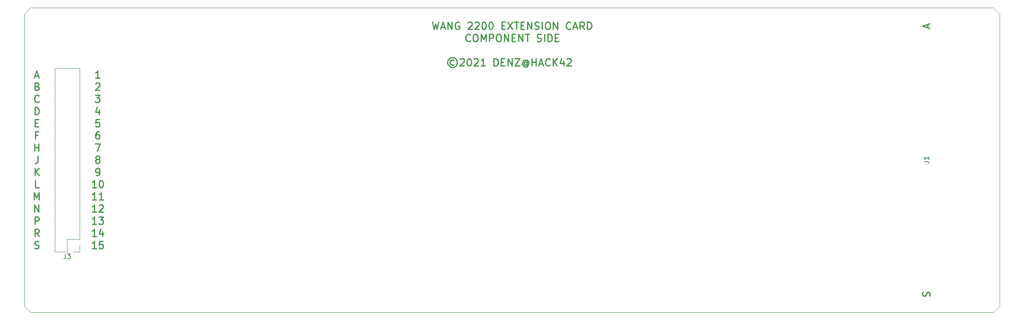
<source format=gbr>
%TF.GenerationSoftware,KiCad,Pcbnew,(5.1.9)-1*%
%TF.CreationDate,2021-03-18T23:59:30+01:00*%
%TF.ProjectId,extensioncard,65787465-6e73-4696-9f6e-636172642e6b,rev?*%
%TF.SameCoordinates,Original*%
%TF.FileFunction,Legend,Top*%
%TF.FilePolarity,Positive*%
%FSLAX46Y46*%
G04 Gerber Fmt 4.6, Leading zero omitted, Abs format (unit mm)*
G04 Created by KiCad (PCBNEW (5.1.9)-1) date 2021-03-18 23:59:30*
%MOMM*%
%LPD*%
G01*
G04 APERTURE LIST*
%ADD10C,0.228600*%
%TA.AperFunction,Profile*%
%ADD11C,0.050000*%
%TD*%
%ADD12C,0.120000*%
%ADD13C,0.150000*%
G04 APERTURE END LIST*
D10*
X130955142Y-76744285D02*
X130882571Y-76816857D01*
X130664857Y-76889428D01*
X130519714Y-76889428D01*
X130302000Y-76816857D01*
X130156857Y-76671714D01*
X130084285Y-76526571D01*
X130011714Y-76236285D01*
X130011714Y-76018571D01*
X130084285Y-75728285D01*
X130156857Y-75583142D01*
X130302000Y-75438000D01*
X130519714Y-75365428D01*
X130664857Y-75365428D01*
X130882571Y-75438000D01*
X130955142Y-75510571D01*
X131898571Y-75365428D02*
X132188857Y-75365428D01*
X132334000Y-75438000D01*
X132479142Y-75583142D01*
X132551714Y-75873428D01*
X132551714Y-76381428D01*
X132479142Y-76671714D01*
X132334000Y-76816857D01*
X132188857Y-76889428D01*
X131898571Y-76889428D01*
X131753428Y-76816857D01*
X131608285Y-76671714D01*
X131535714Y-76381428D01*
X131535714Y-75873428D01*
X131608285Y-75583142D01*
X131753428Y-75438000D01*
X131898571Y-75365428D01*
X133204857Y-76889428D02*
X133204857Y-75365428D01*
X133712857Y-76454000D01*
X134220857Y-75365428D01*
X134220857Y-76889428D01*
X134946571Y-76889428D02*
X134946571Y-75365428D01*
X135527142Y-75365428D01*
X135672285Y-75438000D01*
X135744857Y-75510571D01*
X135817428Y-75655714D01*
X135817428Y-75873428D01*
X135744857Y-76018571D01*
X135672285Y-76091142D01*
X135527142Y-76163714D01*
X134946571Y-76163714D01*
X136760857Y-75365428D02*
X137051142Y-75365428D01*
X137196285Y-75438000D01*
X137341428Y-75583142D01*
X137414000Y-75873428D01*
X137414000Y-76381428D01*
X137341428Y-76671714D01*
X137196285Y-76816857D01*
X137051142Y-76889428D01*
X136760857Y-76889428D01*
X136615714Y-76816857D01*
X136470571Y-76671714D01*
X136398000Y-76381428D01*
X136398000Y-75873428D01*
X136470571Y-75583142D01*
X136615714Y-75438000D01*
X136760857Y-75365428D01*
X138067142Y-76889428D02*
X138067142Y-75365428D01*
X138938000Y-76889428D01*
X138938000Y-75365428D01*
X139663714Y-76091142D02*
X140171714Y-76091142D01*
X140389428Y-76889428D02*
X139663714Y-76889428D01*
X139663714Y-75365428D01*
X140389428Y-75365428D01*
X141042571Y-76889428D02*
X141042571Y-75365428D01*
X141913428Y-76889428D01*
X141913428Y-75365428D01*
X142421428Y-75365428D02*
X143292285Y-75365428D01*
X142856857Y-76889428D02*
X142856857Y-75365428D01*
X144888857Y-76816857D02*
X145106571Y-76889428D01*
X145469428Y-76889428D01*
X145614571Y-76816857D01*
X145687142Y-76744285D01*
X145759714Y-76599142D01*
X145759714Y-76454000D01*
X145687142Y-76308857D01*
X145614571Y-76236285D01*
X145469428Y-76163714D01*
X145179142Y-76091142D01*
X145034000Y-76018571D01*
X144961428Y-75946000D01*
X144888857Y-75800857D01*
X144888857Y-75655714D01*
X144961428Y-75510571D01*
X145034000Y-75438000D01*
X145179142Y-75365428D01*
X145542000Y-75365428D01*
X145759714Y-75438000D01*
X146412857Y-76889428D02*
X146412857Y-75365428D01*
X147138571Y-76889428D02*
X147138571Y-75365428D01*
X147501428Y-75365428D01*
X147719142Y-75438000D01*
X147864285Y-75583142D01*
X147936857Y-75728285D01*
X148009428Y-76018571D01*
X148009428Y-76236285D01*
X147936857Y-76526571D01*
X147864285Y-76671714D01*
X147719142Y-76816857D01*
X147501428Y-76889428D01*
X147138571Y-76889428D01*
X148662571Y-76091142D02*
X149170571Y-76091142D01*
X149388285Y-76889428D02*
X148662571Y-76889428D01*
X148662571Y-75365428D01*
X149388285Y-75365428D01*
X127544285Y-80808285D02*
X127399142Y-80735714D01*
X127108857Y-80735714D01*
X126963714Y-80808285D01*
X126818571Y-80953428D01*
X126746000Y-81098571D01*
X126746000Y-81388857D01*
X126818571Y-81534000D01*
X126963714Y-81679142D01*
X127108857Y-81751714D01*
X127399142Y-81751714D01*
X127544285Y-81679142D01*
X127254000Y-80227714D02*
X126891142Y-80300285D01*
X126528285Y-80518000D01*
X126310571Y-80880857D01*
X126238000Y-81243714D01*
X126310571Y-81606571D01*
X126528285Y-81969428D01*
X126891142Y-82187142D01*
X127254000Y-82259714D01*
X127616857Y-82187142D01*
X127979714Y-81969428D01*
X128197428Y-81606571D01*
X128270000Y-81243714D01*
X128197428Y-80880857D01*
X127979714Y-80518000D01*
X127616857Y-80300285D01*
X127254000Y-80227714D01*
X128850571Y-80590571D02*
X128923142Y-80518000D01*
X129068285Y-80445428D01*
X129431142Y-80445428D01*
X129576285Y-80518000D01*
X129648857Y-80590571D01*
X129721428Y-80735714D01*
X129721428Y-80880857D01*
X129648857Y-81098571D01*
X128778000Y-81969428D01*
X129721428Y-81969428D01*
X130664857Y-80445428D02*
X130810000Y-80445428D01*
X130955142Y-80518000D01*
X131027714Y-80590571D01*
X131100285Y-80735714D01*
X131172857Y-81026000D01*
X131172857Y-81388857D01*
X131100285Y-81679142D01*
X131027714Y-81824285D01*
X130955142Y-81896857D01*
X130810000Y-81969428D01*
X130664857Y-81969428D01*
X130519714Y-81896857D01*
X130447142Y-81824285D01*
X130374571Y-81679142D01*
X130302000Y-81388857D01*
X130302000Y-81026000D01*
X130374571Y-80735714D01*
X130447142Y-80590571D01*
X130519714Y-80518000D01*
X130664857Y-80445428D01*
X131753428Y-80590571D02*
X131826000Y-80518000D01*
X131971142Y-80445428D01*
X132334000Y-80445428D01*
X132479142Y-80518000D01*
X132551714Y-80590571D01*
X132624285Y-80735714D01*
X132624285Y-80880857D01*
X132551714Y-81098571D01*
X131680857Y-81969428D01*
X132624285Y-81969428D01*
X134075714Y-81969428D02*
X133204857Y-81969428D01*
X133640285Y-81969428D02*
X133640285Y-80445428D01*
X133495142Y-80663142D01*
X133350000Y-80808285D01*
X133204857Y-80880857D01*
X135890000Y-81969428D02*
X135890000Y-80445428D01*
X136252857Y-80445428D01*
X136470571Y-80518000D01*
X136615714Y-80663142D01*
X136688285Y-80808285D01*
X136760857Y-81098571D01*
X136760857Y-81316285D01*
X136688285Y-81606571D01*
X136615714Y-81751714D01*
X136470571Y-81896857D01*
X136252857Y-81969428D01*
X135890000Y-81969428D01*
X137414000Y-81171142D02*
X137922000Y-81171142D01*
X138139714Y-81969428D02*
X137414000Y-81969428D01*
X137414000Y-80445428D01*
X138139714Y-80445428D01*
X138792857Y-81969428D02*
X138792857Y-80445428D01*
X139663714Y-81969428D01*
X139663714Y-80445428D01*
X140244285Y-80445428D02*
X141260285Y-80445428D01*
X140244285Y-81969428D01*
X141260285Y-81969428D01*
X142784285Y-81243714D02*
X142711714Y-81171142D01*
X142566571Y-81098571D01*
X142421428Y-81098571D01*
X142276285Y-81171142D01*
X142203714Y-81243714D01*
X142131142Y-81388857D01*
X142131142Y-81534000D01*
X142203714Y-81679142D01*
X142276285Y-81751714D01*
X142421428Y-81824285D01*
X142566571Y-81824285D01*
X142711714Y-81751714D01*
X142784285Y-81679142D01*
X142784285Y-81098571D02*
X142784285Y-81679142D01*
X142856857Y-81751714D01*
X142929428Y-81751714D01*
X143074571Y-81679142D01*
X143147142Y-81534000D01*
X143147142Y-81171142D01*
X143002000Y-80953428D01*
X142784285Y-80808285D01*
X142494000Y-80735714D01*
X142203714Y-80808285D01*
X141986000Y-80953428D01*
X141840857Y-81171142D01*
X141768285Y-81461428D01*
X141840857Y-81751714D01*
X141986000Y-81969428D01*
X142203714Y-82114571D01*
X142494000Y-82187142D01*
X142784285Y-82114571D01*
X143002000Y-81969428D01*
X143800285Y-81969428D02*
X143800285Y-80445428D01*
X143800285Y-81171142D02*
X144671142Y-81171142D01*
X144671142Y-81969428D02*
X144671142Y-80445428D01*
X145324285Y-81534000D02*
X146050000Y-81534000D01*
X145179142Y-81969428D02*
X145687142Y-80445428D01*
X146195142Y-81969428D01*
X147574000Y-81824285D02*
X147501428Y-81896857D01*
X147283714Y-81969428D01*
X147138571Y-81969428D01*
X146920857Y-81896857D01*
X146775714Y-81751714D01*
X146703142Y-81606571D01*
X146630571Y-81316285D01*
X146630571Y-81098571D01*
X146703142Y-80808285D01*
X146775714Y-80663142D01*
X146920857Y-80518000D01*
X147138571Y-80445428D01*
X147283714Y-80445428D01*
X147501428Y-80518000D01*
X147574000Y-80590571D01*
X148227142Y-81969428D02*
X148227142Y-80445428D01*
X149098000Y-81969428D02*
X148444857Y-81098571D01*
X149098000Y-80445428D02*
X148227142Y-81316285D01*
X150404285Y-80953428D02*
X150404285Y-81969428D01*
X150041428Y-80372857D02*
X149678571Y-81461428D01*
X150622000Y-81461428D01*
X151130000Y-80590571D02*
X151202571Y-80518000D01*
X151347714Y-80445428D01*
X151710571Y-80445428D01*
X151855714Y-80518000D01*
X151928285Y-80590571D01*
X152000857Y-80735714D01*
X152000857Y-80880857D01*
X151928285Y-81098571D01*
X151057428Y-81969428D01*
X152000857Y-81969428D01*
X123081142Y-72825428D02*
X123444000Y-74349428D01*
X123734285Y-73260857D01*
X124024571Y-74349428D01*
X124387428Y-72825428D01*
X124895428Y-73914000D02*
X125621142Y-73914000D01*
X124750285Y-74349428D02*
X125258285Y-72825428D01*
X125766285Y-74349428D01*
X126274285Y-74349428D02*
X126274285Y-72825428D01*
X127145142Y-74349428D01*
X127145142Y-72825428D01*
X128669142Y-72898000D02*
X128524000Y-72825428D01*
X128306285Y-72825428D01*
X128088571Y-72898000D01*
X127943428Y-73043142D01*
X127870857Y-73188285D01*
X127798285Y-73478571D01*
X127798285Y-73696285D01*
X127870857Y-73986571D01*
X127943428Y-74131714D01*
X128088571Y-74276857D01*
X128306285Y-74349428D01*
X128451428Y-74349428D01*
X128669142Y-74276857D01*
X128741714Y-74204285D01*
X128741714Y-73696285D01*
X128451428Y-73696285D01*
X130483428Y-72970571D02*
X130556000Y-72898000D01*
X130701142Y-72825428D01*
X131064000Y-72825428D01*
X131209142Y-72898000D01*
X131281714Y-72970571D01*
X131354285Y-73115714D01*
X131354285Y-73260857D01*
X131281714Y-73478571D01*
X130410857Y-74349428D01*
X131354285Y-74349428D01*
X131934857Y-72970571D02*
X132007428Y-72898000D01*
X132152571Y-72825428D01*
X132515428Y-72825428D01*
X132660571Y-72898000D01*
X132733142Y-72970571D01*
X132805714Y-73115714D01*
X132805714Y-73260857D01*
X132733142Y-73478571D01*
X131862285Y-74349428D01*
X132805714Y-74349428D01*
X133749142Y-72825428D02*
X133894285Y-72825428D01*
X134039428Y-72898000D01*
X134112000Y-72970571D01*
X134184571Y-73115714D01*
X134257142Y-73406000D01*
X134257142Y-73768857D01*
X134184571Y-74059142D01*
X134112000Y-74204285D01*
X134039428Y-74276857D01*
X133894285Y-74349428D01*
X133749142Y-74349428D01*
X133604000Y-74276857D01*
X133531428Y-74204285D01*
X133458857Y-74059142D01*
X133386285Y-73768857D01*
X133386285Y-73406000D01*
X133458857Y-73115714D01*
X133531428Y-72970571D01*
X133604000Y-72898000D01*
X133749142Y-72825428D01*
X135200571Y-72825428D02*
X135345714Y-72825428D01*
X135490857Y-72898000D01*
X135563428Y-72970571D01*
X135636000Y-73115714D01*
X135708571Y-73406000D01*
X135708571Y-73768857D01*
X135636000Y-74059142D01*
X135563428Y-74204285D01*
X135490857Y-74276857D01*
X135345714Y-74349428D01*
X135200571Y-74349428D01*
X135055428Y-74276857D01*
X134982857Y-74204285D01*
X134910285Y-74059142D01*
X134837714Y-73768857D01*
X134837714Y-73406000D01*
X134910285Y-73115714D01*
X134982857Y-72970571D01*
X135055428Y-72898000D01*
X135200571Y-72825428D01*
X137522857Y-73551142D02*
X138030857Y-73551142D01*
X138248571Y-74349428D02*
X137522857Y-74349428D01*
X137522857Y-72825428D01*
X138248571Y-72825428D01*
X138756571Y-72825428D02*
X139772571Y-74349428D01*
X139772571Y-72825428D02*
X138756571Y-74349428D01*
X140135428Y-72825428D02*
X141006285Y-72825428D01*
X140570857Y-74349428D02*
X140570857Y-72825428D01*
X141514285Y-73551142D02*
X142022285Y-73551142D01*
X142240000Y-74349428D02*
X141514285Y-74349428D01*
X141514285Y-72825428D01*
X142240000Y-72825428D01*
X142893142Y-74349428D02*
X142893142Y-72825428D01*
X143764000Y-74349428D01*
X143764000Y-72825428D01*
X144417142Y-74276857D02*
X144634857Y-74349428D01*
X144997714Y-74349428D01*
X145142857Y-74276857D01*
X145215428Y-74204285D01*
X145288000Y-74059142D01*
X145288000Y-73914000D01*
X145215428Y-73768857D01*
X145142857Y-73696285D01*
X144997714Y-73623714D01*
X144707428Y-73551142D01*
X144562285Y-73478571D01*
X144489714Y-73406000D01*
X144417142Y-73260857D01*
X144417142Y-73115714D01*
X144489714Y-72970571D01*
X144562285Y-72898000D01*
X144707428Y-72825428D01*
X145070285Y-72825428D01*
X145288000Y-72898000D01*
X145941142Y-74349428D02*
X145941142Y-72825428D01*
X146957142Y-72825428D02*
X147247428Y-72825428D01*
X147392571Y-72898000D01*
X147537714Y-73043142D01*
X147610285Y-73333428D01*
X147610285Y-73841428D01*
X147537714Y-74131714D01*
X147392571Y-74276857D01*
X147247428Y-74349428D01*
X146957142Y-74349428D01*
X146812000Y-74276857D01*
X146666857Y-74131714D01*
X146594285Y-73841428D01*
X146594285Y-73333428D01*
X146666857Y-73043142D01*
X146812000Y-72898000D01*
X146957142Y-72825428D01*
X148263428Y-74349428D02*
X148263428Y-72825428D01*
X149134285Y-74349428D01*
X149134285Y-72825428D01*
X151892000Y-74204285D02*
X151819428Y-74276857D01*
X151601714Y-74349428D01*
X151456571Y-74349428D01*
X151238857Y-74276857D01*
X151093714Y-74131714D01*
X151021142Y-73986571D01*
X150948571Y-73696285D01*
X150948571Y-73478571D01*
X151021142Y-73188285D01*
X151093714Y-73043142D01*
X151238857Y-72898000D01*
X151456571Y-72825428D01*
X151601714Y-72825428D01*
X151819428Y-72898000D01*
X151892000Y-72970571D01*
X152472571Y-73914000D02*
X153198285Y-73914000D01*
X152327428Y-74349428D02*
X152835428Y-72825428D01*
X153343428Y-74349428D01*
X154722285Y-74349428D02*
X154214285Y-73623714D01*
X153851428Y-74349428D02*
X153851428Y-72825428D01*
X154432000Y-72825428D01*
X154577142Y-72898000D01*
X154649714Y-72970571D01*
X154722285Y-73115714D01*
X154722285Y-73333428D01*
X154649714Y-73478571D01*
X154577142Y-73551142D01*
X154432000Y-73623714D01*
X153851428Y-73623714D01*
X155375428Y-74349428D02*
X155375428Y-72825428D01*
X155738285Y-72825428D01*
X155956000Y-72898000D01*
X156101142Y-73043142D01*
X156173714Y-73188285D01*
X156246285Y-73478571D01*
X156246285Y-73696285D01*
X156173714Y-73986571D01*
X156101142Y-74131714D01*
X155956000Y-74276857D01*
X155738285Y-74349428D01*
X155375428Y-74349428D01*
X226314000Y-74022857D02*
X226314000Y-73297142D01*
X226749428Y-74168000D02*
X225225428Y-73660000D01*
X226749428Y-73152000D01*
X226676857Y-129975428D02*
X226749428Y-129757714D01*
X226749428Y-129394857D01*
X226676857Y-129249714D01*
X226604285Y-129177142D01*
X226459142Y-129104571D01*
X226314000Y-129104571D01*
X226168857Y-129177142D01*
X226096285Y-129249714D01*
X226023714Y-129394857D01*
X225951142Y-129685142D01*
X225878571Y-129830285D01*
X225806000Y-129902857D01*
X225660857Y-129975428D01*
X225515714Y-129975428D01*
X225370571Y-129902857D01*
X225298000Y-129830285D01*
X225225428Y-129685142D01*
X225225428Y-129322285D01*
X225298000Y-129104571D01*
D11*
X241300000Y-71120000D02*
X241300000Y-132080000D01*
X240030000Y-69850000D02*
X241300000Y-71120000D01*
X39370000Y-69850000D02*
X240030000Y-69850000D01*
X38100000Y-71120000D02*
X39370000Y-69850000D01*
X38100000Y-132080000D02*
X38100000Y-71120000D01*
X39370000Y-133350000D02*
X38100000Y-132080000D01*
X240030000Y-133350000D02*
X39370000Y-133350000D01*
X241300000Y-132080000D02*
X240030000Y-133350000D01*
D10*
X40204571Y-119996857D02*
X40422285Y-120069428D01*
X40785142Y-120069428D01*
X40930285Y-119996857D01*
X41002857Y-119924285D01*
X41075428Y-119779142D01*
X41075428Y-119634000D01*
X41002857Y-119488857D01*
X40930285Y-119416285D01*
X40785142Y-119343714D01*
X40494857Y-119271142D01*
X40349714Y-119198571D01*
X40277142Y-119126000D01*
X40204571Y-118980857D01*
X40204571Y-118835714D01*
X40277142Y-118690571D01*
X40349714Y-118618000D01*
X40494857Y-118545428D01*
X40857714Y-118545428D01*
X41075428Y-118618000D01*
X41111714Y-117529428D02*
X40603714Y-116803714D01*
X40240857Y-117529428D02*
X40240857Y-116005428D01*
X40821428Y-116005428D01*
X40966571Y-116078000D01*
X41039142Y-116150571D01*
X41111714Y-116295714D01*
X41111714Y-116513428D01*
X41039142Y-116658571D01*
X40966571Y-116731142D01*
X40821428Y-116803714D01*
X40240857Y-116803714D01*
X40240857Y-114989428D02*
X40240857Y-113465428D01*
X40821428Y-113465428D01*
X40966571Y-113538000D01*
X41039142Y-113610571D01*
X41111714Y-113755714D01*
X41111714Y-113973428D01*
X41039142Y-114118571D01*
X40966571Y-114191142D01*
X40821428Y-114263714D01*
X40240857Y-114263714D01*
X40204571Y-112449428D02*
X40204571Y-110925428D01*
X41075428Y-112449428D01*
X41075428Y-110925428D01*
X40132000Y-109909428D02*
X40132000Y-108385428D01*
X40640000Y-109474000D01*
X41148000Y-108385428D01*
X41148000Y-109909428D01*
X41111714Y-107369428D02*
X40386000Y-107369428D01*
X40386000Y-105845428D01*
X40240857Y-104829428D02*
X40240857Y-103305428D01*
X41111714Y-104829428D02*
X40458571Y-103958571D01*
X41111714Y-103305428D02*
X40240857Y-104176285D01*
X40857714Y-100765428D02*
X40857714Y-101854000D01*
X40785142Y-102071714D01*
X40640000Y-102216857D01*
X40422285Y-102289428D01*
X40277142Y-102289428D01*
X40204571Y-99749428D02*
X40204571Y-98225428D01*
X40204571Y-98951142D02*
X41075428Y-98951142D01*
X41075428Y-99749428D02*
X41075428Y-98225428D01*
X40857714Y-96411142D02*
X40349714Y-96411142D01*
X40349714Y-97209428D02*
X40349714Y-95685428D01*
X41075428Y-95685428D01*
X40313428Y-93871142D02*
X40821428Y-93871142D01*
X41039142Y-94669428D02*
X40313428Y-94669428D01*
X40313428Y-93145428D01*
X41039142Y-93145428D01*
X40240857Y-92129428D02*
X40240857Y-90605428D01*
X40603714Y-90605428D01*
X40821428Y-90678000D01*
X40966571Y-90823142D01*
X41039142Y-90968285D01*
X41111714Y-91258571D01*
X41111714Y-91476285D01*
X41039142Y-91766571D01*
X40966571Y-91911714D01*
X40821428Y-92056857D01*
X40603714Y-92129428D01*
X40240857Y-92129428D01*
X41111714Y-89444285D02*
X41039142Y-89516857D01*
X40821428Y-89589428D01*
X40676285Y-89589428D01*
X40458571Y-89516857D01*
X40313428Y-89371714D01*
X40240857Y-89226571D01*
X40168285Y-88936285D01*
X40168285Y-88718571D01*
X40240857Y-88428285D01*
X40313428Y-88283142D01*
X40458571Y-88138000D01*
X40676285Y-88065428D01*
X40821428Y-88065428D01*
X41039142Y-88138000D01*
X41111714Y-88210571D01*
X40748857Y-86251142D02*
X40966571Y-86323714D01*
X41039142Y-86396285D01*
X41111714Y-86541428D01*
X41111714Y-86759142D01*
X41039142Y-86904285D01*
X40966571Y-86976857D01*
X40821428Y-87049428D01*
X40240857Y-87049428D01*
X40240857Y-85525428D01*
X40748857Y-85525428D01*
X40894000Y-85598000D01*
X40966571Y-85670571D01*
X41039142Y-85815714D01*
X41039142Y-85960857D01*
X40966571Y-86106000D01*
X40894000Y-86178571D01*
X40748857Y-86251142D01*
X40240857Y-86251142D01*
X40277142Y-84074000D02*
X41002857Y-84074000D01*
X40132000Y-84509428D02*
X40640000Y-82985428D01*
X41148000Y-84509428D01*
X53049714Y-120069428D02*
X52178857Y-120069428D01*
X52614285Y-120069428D02*
X52614285Y-118545428D01*
X52469142Y-118763142D01*
X52324000Y-118908285D01*
X52178857Y-118980857D01*
X54428571Y-118545428D02*
X53702857Y-118545428D01*
X53630285Y-119271142D01*
X53702857Y-119198571D01*
X53848000Y-119126000D01*
X54210857Y-119126000D01*
X54356000Y-119198571D01*
X54428571Y-119271142D01*
X54501142Y-119416285D01*
X54501142Y-119779142D01*
X54428571Y-119924285D01*
X54356000Y-119996857D01*
X54210857Y-120069428D01*
X53848000Y-120069428D01*
X53702857Y-119996857D01*
X53630285Y-119924285D01*
X53049714Y-117529428D02*
X52178857Y-117529428D01*
X52614285Y-117529428D02*
X52614285Y-116005428D01*
X52469142Y-116223142D01*
X52324000Y-116368285D01*
X52178857Y-116440857D01*
X54356000Y-116513428D02*
X54356000Y-117529428D01*
X53993142Y-115932857D02*
X53630285Y-117021428D01*
X54573714Y-117021428D01*
X53049714Y-114989428D02*
X52178857Y-114989428D01*
X52614285Y-114989428D02*
X52614285Y-113465428D01*
X52469142Y-113683142D01*
X52324000Y-113828285D01*
X52178857Y-113900857D01*
X53557714Y-113465428D02*
X54501142Y-113465428D01*
X53993142Y-114046000D01*
X54210857Y-114046000D01*
X54356000Y-114118571D01*
X54428571Y-114191142D01*
X54501142Y-114336285D01*
X54501142Y-114699142D01*
X54428571Y-114844285D01*
X54356000Y-114916857D01*
X54210857Y-114989428D01*
X53775428Y-114989428D01*
X53630285Y-114916857D01*
X53557714Y-114844285D01*
X53049714Y-112449428D02*
X52178857Y-112449428D01*
X52614285Y-112449428D02*
X52614285Y-110925428D01*
X52469142Y-111143142D01*
X52324000Y-111288285D01*
X52178857Y-111360857D01*
X53630285Y-111070571D02*
X53702857Y-110998000D01*
X53848000Y-110925428D01*
X54210857Y-110925428D01*
X54356000Y-110998000D01*
X54428571Y-111070571D01*
X54501142Y-111215714D01*
X54501142Y-111360857D01*
X54428571Y-111578571D01*
X53557714Y-112449428D01*
X54501142Y-112449428D01*
X53049714Y-109909428D02*
X52178857Y-109909428D01*
X52614285Y-109909428D02*
X52614285Y-108385428D01*
X52469142Y-108603142D01*
X52324000Y-108748285D01*
X52178857Y-108820857D01*
X54501142Y-109909428D02*
X53630285Y-109909428D01*
X54065714Y-109909428D02*
X54065714Y-108385428D01*
X53920571Y-108603142D01*
X53775428Y-108748285D01*
X53630285Y-108820857D01*
X53049714Y-107369428D02*
X52178857Y-107369428D01*
X52614285Y-107369428D02*
X52614285Y-105845428D01*
X52469142Y-106063142D01*
X52324000Y-106208285D01*
X52178857Y-106280857D01*
X53993142Y-105845428D02*
X54138285Y-105845428D01*
X54283428Y-105918000D01*
X54356000Y-105990571D01*
X54428571Y-106135714D01*
X54501142Y-106426000D01*
X54501142Y-106788857D01*
X54428571Y-107079142D01*
X54356000Y-107224285D01*
X54283428Y-107296857D01*
X54138285Y-107369428D01*
X53993142Y-107369428D01*
X53848000Y-107296857D01*
X53775428Y-107224285D01*
X53702857Y-107079142D01*
X53630285Y-106788857D01*
X53630285Y-106426000D01*
X53702857Y-106135714D01*
X53775428Y-105990571D01*
X53848000Y-105918000D01*
X53993142Y-105845428D01*
X53049714Y-104829428D02*
X53340000Y-104829428D01*
X53485142Y-104756857D01*
X53557714Y-104684285D01*
X53702857Y-104466571D01*
X53775428Y-104176285D01*
X53775428Y-103595714D01*
X53702857Y-103450571D01*
X53630285Y-103378000D01*
X53485142Y-103305428D01*
X53194857Y-103305428D01*
X53049714Y-103378000D01*
X52977142Y-103450571D01*
X52904571Y-103595714D01*
X52904571Y-103958571D01*
X52977142Y-104103714D01*
X53049714Y-104176285D01*
X53194857Y-104248857D01*
X53485142Y-104248857D01*
X53630285Y-104176285D01*
X53702857Y-104103714D01*
X53775428Y-103958571D01*
X53194857Y-101418571D02*
X53049714Y-101346000D01*
X52977142Y-101273428D01*
X52904571Y-101128285D01*
X52904571Y-101055714D01*
X52977142Y-100910571D01*
X53049714Y-100838000D01*
X53194857Y-100765428D01*
X53485142Y-100765428D01*
X53630285Y-100838000D01*
X53702857Y-100910571D01*
X53775428Y-101055714D01*
X53775428Y-101128285D01*
X53702857Y-101273428D01*
X53630285Y-101346000D01*
X53485142Y-101418571D01*
X53194857Y-101418571D01*
X53049714Y-101491142D01*
X52977142Y-101563714D01*
X52904571Y-101708857D01*
X52904571Y-101999142D01*
X52977142Y-102144285D01*
X53049714Y-102216857D01*
X53194857Y-102289428D01*
X53485142Y-102289428D01*
X53630285Y-102216857D01*
X53702857Y-102144285D01*
X53775428Y-101999142D01*
X53775428Y-101708857D01*
X53702857Y-101563714D01*
X53630285Y-101491142D01*
X53485142Y-101418571D01*
X52832000Y-98225428D02*
X53848000Y-98225428D01*
X53194857Y-99749428D01*
X53630285Y-95685428D02*
X53340000Y-95685428D01*
X53194857Y-95758000D01*
X53122285Y-95830571D01*
X52977142Y-96048285D01*
X52904571Y-96338571D01*
X52904571Y-96919142D01*
X52977142Y-97064285D01*
X53049714Y-97136857D01*
X53194857Y-97209428D01*
X53485142Y-97209428D01*
X53630285Y-97136857D01*
X53702857Y-97064285D01*
X53775428Y-96919142D01*
X53775428Y-96556285D01*
X53702857Y-96411142D01*
X53630285Y-96338571D01*
X53485142Y-96266000D01*
X53194857Y-96266000D01*
X53049714Y-96338571D01*
X52977142Y-96411142D01*
X52904571Y-96556285D01*
X53702857Y-93145428D02*
X52977142Y-93145428D01*
X52904571Y-93871142D01*
X52977142Y-93798571D01*
X53122285Y-93726000D01*
X53485142Y-93726000D01*
X53630285Y-93798571D01*
X53702857Y-93871142D01*
X53775428Y-94016285D01*
X53775428Y-94379142D01*
X53702857Y-94524285D01*
X53630285Y-94596857D01*
X53485142Y-94669428D01*
X53122285Y-94669428D01*
X52977142Y-94596857D01*
X52904571Y-94524285D01*
X53630285Y-91113428D02*
X53630285Y-92129428D01*
X53267428Y-90532857D02*
X52904571Y-91621428D01*
X53848000Y-91621428D01*
X52832000Y-88065428D02*
X53775428Y-88065428D01*
X53267428Y-88646000D01*
X53485142Y-88646000D01*
X53630285Y-88718571D01*
X53702857Y-88791142D01*
X53775428Y-88936285D01*
X53775428Y-89299142D01*
X53702857Y-89444285D01*
X53630285Y-89516857D01*
X53485142Y-89589428D01*
X53049714Y-89589428D01*
X52904571Y-89516857D01*
X52832000Y-89444285D01*
X52904571Y-85670571D02*
X52977142Y-85598000D01*
X53122285Y-85525428D01*
X53485142Y-85525428D01*
X53630285Y-85598000D01*
X53702857Y-85670571D01*
X53775428Y-85815714D01*
X53775428Y-85960857D01*
X53702857Y-86178571D01*
X52832000Y-87049428D01*
X53775428Y-87049428D01*
X53775428Y-84509428D02*
X52904571Y-84509428D01*
X53340000Y-84509428D02*
X53340000Y-82985428D01*
X53194857Y-83203142D01*
X53049714Y-83348285D01*
X52904571Y-83420857D01*
D12*
%TO.C,J3*%
X49590000Y-120710000D02*
X48260000Y-120710000D01*
X49590000Y-119380000D02*
X49590000Y-120710000D01*
X46990000Y-120710000D02*
X44390000Y-120710000D01*
X46990000Y-118110000D02*
X46990000Y-120710000D01*
X49590000Y-118110000D02*
X46990000Y-118110000D01*
X44390000Y-120710000D02*
X44390000Y-82490000D01*
X49590000Y-118110000D02*
X49590000Y-82490000D01*
X49590000Y-82490000D02*
X44390000Y-82490000D01*
%TD*%
%TO.C,J1*%
D13*
X225512380Y-101933333D02*
X226226666Y-101933333D01*
X226369523Y-101980952D01*
X226464761Y-102076190D01*
X226512380Y-102219047D01*
X226512380Y-102314285D01*
X226512380Y-100933333D02*
X226512380Y-101504761D01*
X226512380Y-101219047D02*
X225512380Y-101219047D01*
X225655238Y-101314285D01*
X225750476Y-101409523D01*
X225798095Y-101504761D01*
%TO.C,J3*%
X46656666Y-121162380D02*
X46656666Y-121876666D01*
X46609047Y-122019523D01*
X46513809Y-122114761D01*
X46370952Y-122162380D01*
X46275714Y-122162380D01*
X47037619Y-121162380D02*
X47656666Y-121162380D01*
X47323333Y-121543333D01*
X47466190Y-121543333D01*
X47561428Y-121590952D01*
X47609047Y-121638571D01*
X47656666Y-121733809D01*
X47656666Y-121971904D01*
X47609047Y-122067142D01*
X47561428Y-122114761D01*
X47466190Y-122162380D01*
X47180476Y-122162380D01*
X47085238Y-122114761D01*
X47037619Y-122067142D01*
%TD*%
M02*

</source>
